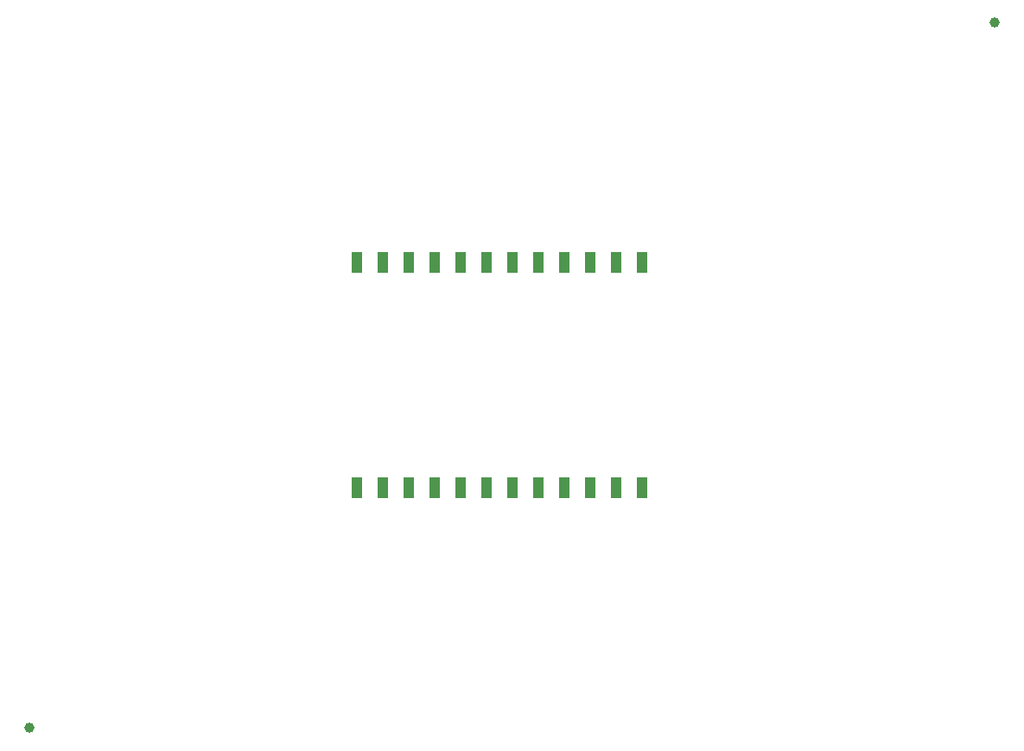
<source format=gbl>
G75*
%MOIN*%
%OFA0B0*%
%FSLAX25Y25*%
%IPPOS*%
%LPD*%
%AMOC8*
5,1,8,0,0,1.08239X$1,22.5*
%
%ADD10R,0.03937X0.07874*%
%ADD11C,0.03937*%
D10*
X0145000Y0111575D03*
X0155000Y0111575D03*
X0165000Y0111575D03*
X0175000Y0111575D03*
X0185000Y0111575D03*
X0195000Y0111575D03*
X0205000Y0111575D03*
X0215000Y0111575D03*
X0225000Y0111575D03*
X0235000Y0111575D03*
X0245000Y0111575D03*
X0255000Y0111575D03*
X0255000Y0198425D03*
X0245000Y0198425D03*
X0235000Y0198425D03*
X0225000Y0198425D03*
X0215000Y0198425D03*
X0205000Y0198425D03*
X0195000Y0198425D03*
X0185000Y0198425D03*
X0175000Y0198425D03*
X0165000Y0198425D03*
X0155000Y0198425D03*
X0145000Y0198425D03*
D11*
X0018780Y0018780D03*
X0391220Y0291220D03*
M02*

</source>
